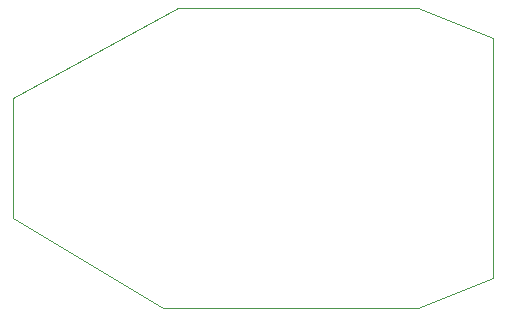
<source format=gbr>
%TF.GenerationSoftware,KiCad,Pcbnew,5.1.11-e4df9d881f~92~ubuntu21.04.1*%
%TF.CreationDate,2021-10-31T17:42:42-07:00*%
%TF.ProjectId,attiny402_rgb-pendant,61747469-6e79-4343-9032-5f7267622d70,1.0*%
%TF.SameCoordinates,Original*%
%TF.FileFunction,Profile,NP*%
%FSLAX46Y46*%
G04 Gerber Fmt 4.6, Leading zero omitted, Abs format (unit mm)*
G04 Created by KiCad (PCBNEW 5.1.11-e4df9d881f~92~ubuntu21.04.1) date 2021-10-31 17:42:42*
%MOMM*%
%LPD*%
G01*
G04 APERTURE LIST*
%TA.AperFunction,Profile*%
%ADD10C,0.100000*%
%TD*%
G04 APERTURE END LIST*
D10*
X157480000Y-80010000D02*
X163830000Y-82550000D01*
X163830000Y-82550000D02*
X163830000Y-102870000D01*
X163830000Y-102870000D02*
X157480000Y-105410000D01*
X157480000Y-105410000D02*
X135890000Y-105410000D01*
X135890000Y-105410000D02*
X123190000Y-97790000D01*
X123190000Y-97790000D02*
X123190000Y-87630000D01*
X123190000Y-87630000D02*
X137160000Y-80010000D01*
X137160000Y-80010000D02*
X157480000Y-80010000D01*
M02*

</source>
